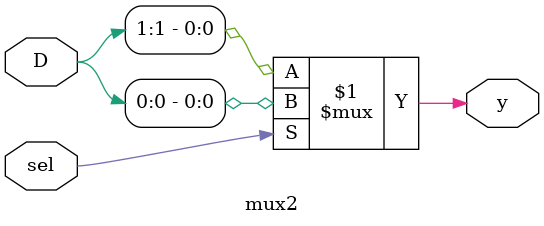
<source format=v>
module mux2(D, sel, y);
input [1:0] D; 
input sel;
output y;

// assign saida = condicao ? if_true : if_false

assign y = sel ? D[0] : D[1];

endmodule
</source>
